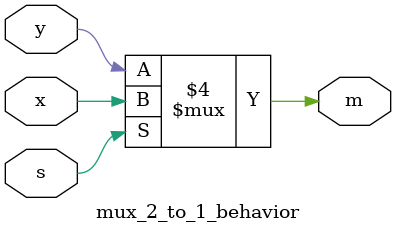
<source format=v>
`timescale 1ns / 1ps

module mux_2_to_1_behavior(
    input x,
    input y,
    input s,
    output m
    );
      
	reg m;
	always @ (x or y or s)
	begin
          if(s==0)
             m=y;
          else
             m=x;
	end

endmodule

</source>
